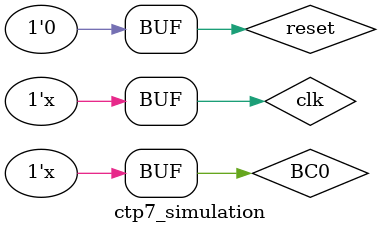
<source format=v>
`timescale 1ns / 1ps


module ctp7_simulation(

		       );
   
   parameter USER_DIR = "/scratch/tracklet/";   // full path of the directory in which firmware/ sits
   
   // Inputs
   reg clk;
   reg BC0;
   reg reset;
   wire [31:0] link1_reg1_minus;
   wire [31:0] link1_reg2_minus;
   wire [31:0] link2_reg1_minus;
   wire [31:0] link2_reg2_minus;
   wire [31:0] link3_reg1_minus;
   wire [31:0] link3_reg2_minus;
   wire [31:0] link1_reg1_central;
   wire [31:0] link1_reg2_central;
   wire [31:0] link2_reg1_central;
   wire [31:0] link2_reg2_central;
   wire [31:0] link3_reg1_central;
   wire [31:0] link3_reg2_central;
   wire [31:0] link1_reg1_plus;
   wire [31:0] link1_reg2_plus;
   wire [31:0] link2_reg1_plus;
   wire [31:0] link2_reg2_plus;
   wire [31:0] link3_reg1_plus;
   wire [31:0] link3_reg2_plus;
   
   // additional inputs for D3D4 project
   wire [31:0] link4_reg1_minus;
   wire [31:0] link4_reg2_minus;
   wire [31:0] link5_reg1_minus;
   wire [31:0] link5_reg2_minus;
   wire [31:0] link6_reg1_minus;
   wire [31:0] link6_reg2_minus;
   wire [31:0] link4_reg1_central;
   wire [31:0] link4_reg2_central;
   wire [31:0] link5_reg1_central;
   wire [31:0] link5_reg2_central;
   wire [31:0] link6_reg1_central;
   wire [31:0] link6_reg2_central;
   wire [31:0] link4_reg1_plus;
   wire [31:0] link4_reg2_plus;
   wire [31:0] link5_reg1_plus;
   wire [31:0] link5_reg2_plus;
   wire [31:0] link6_reg1_plus;
   wire [31:0] link6_reg2_plus;
   
   // additional inputs for D4D6 project (3 DTC regions)
   wire [31:0] link7_reg1_minus;
   wire [31:0] link7_reg2_minus;
   wire [31:0] link8_reg1_minus;
   wire [31:0] link8_reg2_minus;
   wire [31:0] link9_reg1_minus;
   wire [31:0] link9_reg2_minus;
   wire [31:0] link7_reg1_central;
   wire [31:0] link7_reg2_central;
   wire [31:0] link8_reg1_central;
   wire [31:0] link8_reg2_central;
   wire [31:0] link9_reg1_central;
   wire [31:0] link9_reg2_central;
   wire [31:0] link7_reg1_plus;
   wire [31:0] link7_reg2_plus;
   wire [31:0] link8_reg1_plus;
   wire [31:0] link8_reg2_plus;
   wire [31:0] link9_reg1_plus;
   wire [31:0] link9_reg2_plus;   
   
   // MINUS BOARD -> To CENTRAL BOARD
   wire [54:0] Proj_L3F3F5_ToPlus_minus;
   wire        Proj_L3F3F5_ToPlus_en_minus;
   wire [44:0] Match_Layer_ToPlus_minus;
   wire        pre_Match_Layer_ToPlus_en_minus;
   reg         Match_Layer_ToPlus_en_minus;
   wire [54:0] Proj_L2L4F2_ToPlus_minus;
   wire        Proj_L2L4F2_ToPlus_en_minus;
   wire [44:0] Match_FDSK_ToPlus_minus;
   wire        Match_FDSK_ToPlus_en_minus;
   wire [54:0] Proj_F1L5_ToPlus_minus;
   wire        Proj_F1L5_ToPlus_en_minus;
   wire [54:0] Proj_L3F3F5_FromMinus_central;
   wire        Proj_L3F3F5_FromMinus_en_central;
   wire [44:0] Match_Layer_FromMinus_central;
   wire        Match_Layer_FromMinus_en_central;
   wire [54:0] Proj_L2L4F2_FromMinus_central;
   wire        Proj_L2L4F2_FromMinus_en_central;
   wire [44:0] Match_FDSK_FromMinus_central;
   wire        Match_FDSK_FromMinus_en_central;
   wire [54:0] Proj_F1L5_FromMinus_central;
   wire        Proj_F1L5_FromMinus_en_central;
   wire [54:0] Proj_L1L6F4_ToPlus_minus;
   wire        Proj_L1L6F4_ToPlus_en_minus;
   wire [54:0] Proj_L1L6F4_FromMinus_central;
   wire        Proj_L1L6F4_FromMinus_en_central;
   
   // CENTRAL BOARD -> To PLUS BOARD
   wire [54:0] Proj_L3F3F5_ToPlus_central;
   wire        Proj_L3F3F5_ToPlus_en_central;
   wire [44:0] Match_Layer_ToPlus_central;
   wire        pre_Match_Layer_ToPlus_en_central;
   reg         Match_Layer_ToPlus_en_central;
   wire [54:0] Proj_L2L4F2_ToPlus_central;
   wire        Proj_L2L4F2_ToPlus_en_central;
   wire [44:0] Match_FDSK_ToPlus_central;
   wire        Match_FDSK_ToPlus_en_central;
   wire [54:0] Proj_F1L5_ToPlus_central;
   wire        Proj_F1L5_ToPlus_en_central;
   wire [54:0] Proj_L3F3F5_FromMinus_plus;
   wire        Proj_L3F3F5_FromMinus_en_plus;
   wire [44:0] Match_Layer_FromMinus_plus;
   wire        Match_Layer_FromMinus_en_plus;
   wire [54:0] Proj_L2L4F2_FromMinus_plus;
   wire        Proj_L2L4F2_FromMinus_en_plus;
   wire [44:0] Match_FDSK_FromMinus_plus;
   wire        Match_FDSK_FromMinus_en_plus;
   wire [54:0] Proj_F1L5_FromMinus_plus;
   wire        Proj_F1L5_FromMinus_en_plus;
   wire [54:0] Proj_L1L6F4_ToPlus_central;
   wire        Proj_L1L6F4_ToPlus_en_central;
   wire [54:0] Proj_L1L6F4_FromMinus_plus;
   wire        Proj_L1L6F4_FromMinus_en_plus;
   
   // CENTRAL BOARD -> To MINUS BOARD
   wire [54:0] Proj_L3F3F5_ToMinus_central;
   wire        Proj_L3F3F5_ToMinus_en_central;
   wire [44:0] Match_Layer_ToMinus_central;
   wire        pre_Match_Layer_ToMinus_en_central;
   reg         Match_Layer_ToMinus_en_central;
   wire [54:0] Proj_L2L4F2_ToMinus_central;
   wire        Proj_L2L4F2_ToMinus_en_central;
   wire [44:0] Match_FDSK_ToMinus_central;
   wire        Match_FDSK_ToMinus_en_central;
   wire [54:0] Proj_F1L5_ToMinus_central;
   wire        Proj_F1L5_ToMinus_en_central;
   wire [54:0] Proj_L3F3F5_FromPlus_minus;
   wire        Proj_L3F3F5_FromPlus_en_minus;
   wire [44:0] Match_Layer_FromPlus_minus;
   wire        Match_Layer_FromPlus_en_minus;
   wire [54:0] Proj_L2L4F2_FromPlus_minus;
   wire        Proj_L2L4F2_FromPlus_en_minus;
   wire [44:0] Match_FDSK_FromPlus_minus;
   wire        Match_FDSK_FromPlus_en_minus;
   wire [54:0] Proj_F1L5_FromPlus_minus;
   wire        Proj_F1L5_FromPlus_en_minus;
   wire [54:0] Proj_L1L6F4_ToMinus_central;
   wire        Proj_L1L6F4_ToMinus_en_central;
   wire [54:0] Proj_L1L6F4_FromPlus_minus;
   wire        Proj_L1L6F4_FromPlus_en_minus;
   
   // PLUS BOARD -> To CENTRAL BOARD
   wire [54:0] Proj_L3F3F5_ToMinus_plus;
   wire        Proj_L3F3F5_ToMinus_en_plus;
   wire [44:0] Match_Layer_ToMinus_plus;
   wire        pre_Match_Layer_ToMinus_en_plus;
   reg         Match_Layer_ToMinus_en_plus;
   wire [54:0] Proj_L2L4F2_ToMinus_plus;
   wire        Proj_L2L4F2_ToMinus_en_plus;
   wire [44:0] Match_FDSK_ToMinus_plus;
   wire        Match_FDSK_ToMinus_en_plus;
   wire [54:0] Proj_F1L5_ToMinus_plus;
   wire        Proj_F1L5_ToMinus_en_plus;
   wire [54:0] Proj_L3F3F5_FromPlus_central;
   wire        Proj_L3F3F5_FromPlus_en_central;
   wire [44:0] Match_Layer_FromPlus_central;
   wire        Match_Layer_FromPlus_en_central;
   wire [44:0] Match_FDSK_FromPlus_central;
   wire        Match_FDSK_FromPlus_en_central;
   wire [54:0] Proj_L1L6F4_ToMinus_plus;
   wire        Proj_L1L6F4_ToMinus_en_plus;
   wire [54:0] Proj_L1L6F4_FromPlus_central;
   wire        Proj_L1L6F4_FromPlus_en_central;
   
   always @(posedge clk) begin
      Match_Layer_ToPlus_en_central <= pre_Match_Layer_ToPlus_en_central;
      Match_Layer_ToMinus_en_central <= pre_Match_Layer_ToMinus_en_central;
      Match_Layer_ToPlus_en_minus <= pre_Match_Layer_ToPlus_en_minus;
      Match_Layer_ToMinus_en_plus <= pre_Match_Layer_ToMinus_en_plus;      
   end
   
   wire [54:0] Proj_L2L4F2_FromPlus_central;
   wire        Proj_L2L4F2_FromPlus_en_central;
   wire [54:0] Proj_F1L5_FromPlus_central;
   wire        Proj_F1L5_FromPlus_en_central;
   
   verilog_trigger_top uut_minus(
				 .proc_clk(clk),
				 .io_clk(clk),
				 .reset(BC0),
				 //.bc0(BC0),
				 // inputs
				 .input_link1_reg1(link1_reg1_minus),
				 .input_link1_reg2(link1_reg2_minus),
				 .input_link2_reg1(link2_reg1_minus),
				 .input_link2_reg2(link2_reg2_minus),
				 .input_link3_reg1(link3_reg1_minus),
				 .input_link3_reg2(link3_reg2_minus),

				 .input_link4_reg1(link4_reg1_minus),
				 .input_link4_reg2(link4_reg2_minus),
				 .input_link5_reg1(link5_reg1_minus),
				 .input_link5_reg2(link5_reg2_minus),
				 .input_link6_reg1(link6_reg1_minus),
				 .input_link6_reg2(link6_reg2_minus),

                 .input_link7_reg1(link7_reg1_minus),
                 .input_link7_reg2(link7_reg2_minus),
                 .input_link8_reg1(link8_reg1_minus),
                 .input_link8_reg2(link8_reg2_minus),
                 .input_link9_reg1(link9_reg1_minus),
                 .input_link9_reg2(link9_reg2_minus),
      
				 .Proj_L3F3F5_ToPlus(Proj_L3F3F5_ToPlus_minus),
				 .Proj_L3F3F5_ToPlus_en(Proj_L3F3F5_ToPlus_en_minus),
				 .Proj_L3F3F5_ToMinus(Proj_L3F3F5_ToMinus_minus),
				 .Proj_L3F3F5_ToMinus_en(Proj_L3F3F5_ToMinus_en_minus),
				 .Proj_L3F3F5_FromPlus(Proj_L3F3F5_FromPlus_minus),
				 .Proj_L3F3F5_FromPlus_en(Proj_L3F3F5_FromPlus_en_minus),
				 .Proj_L3F3F5_FromMinus(Proj_L3F3F5_FromMinus_minus),
				 .Proj_L3F3F5_FromMinus_en(Proj_L3F3F5_FromMinus_en_minus),
				 .Match_Layer_ToPlus(Match_Layer_ToPlus_minus),
				 .Match_Layer_ToPlus_en(pre_Match_Layer_ToPlus_en_minus),
				 .Match_Layer_ToMinus(Match_Layer_ToMinus_minus),
				 .Match_Layer_ToMinus_en(pre_Match_Layer_ToMinus_en_minus),
				 .Match_Layer_FromPlus(Match_Layer_FromPlus_minus),
				 .Match_Layer_FromPlus_en(Match_Layer_FromPlus_en_minus),
				 .Match_Layer_FromMinus(Match_Layer_FromMinus_minus),
				 .Match_Layer_FromMinus_en(Match_Layer_FromMinus_en_minus),
      
				 .Proj_L2L4F2_ToPlus(Proj_L2L4F2_ToPlus_minus),
				 .Proj_L2L4F2_ToPlus_en(Proj_L2L4F2_ToPlus_en_minus),
				 .Proj_L2L4F2_ToMinus(Proj_L2L4F2_ToMinus_minus),
				 .Proj_L2L4F2_ToMinus_en(Proj_L2L4F2_ToMinus_en_minus),
				 .Proj_L2L4F2_FromPlus(Proj_L2L4F2_FromPlus_minus),
				 .Proj_L2L4F2_FromPlus_en(Proj_L2L4F2_FromPlus_en_minus),
				 .Proj_L2L4F2_FromMinus(Proj_L2L4F2_FromMinus_minus),
				 .Proj_L2L4F2_FromMinus_en(Proj_L2L4F2_FromMinus_en_minus),
				 .Match_FDSK_ToPlus(Match_FDSK_ToPlus_minus),
				 .Match_FDSK_ToPlus_en(Match_FDSK_ToPlus_en_minus),
				 .Match_FDSK_ToMinus(Match_FDSK_ToMinus_minus),
				 .Match_FDSK_ToMinus_en(Match_FDSK_ToMinus_en_minus),
				 .Match_FDSK_FromPlus(Match_FDSK_FromPlus_minus),
				 .Match_FDSK_FromPlus_en(Match_FDSK_FromPlus_en_minus),
				 .Match_FDSK_FromMinus(Match_FDSK_FromMinus_minus),
				 .Match_FDSK_FromMinus_en(Match_FDSK_FromMinus_en_minus),
      
				 .Proj_F1L5_ToPlus(Proj_F1L5_ToPlus_minus),
				 .Proj_F1L5_ToPlus_en(Proj_F1L5_ToPlus_en_minus),
				 .Proj_F1L5_ToMinus(Proj_F1L5_ToMinus_minus),
				 .Proj_F1L5_ToMinus_en(Proj_F1L5_ToMinus_en_minus),
				 .Proj_F1L5_FromPlus(Proj_F1L5_FromPlus_minus),
				 .Proj_F1L5_FromPlus_en(Proj_F1L5_FromPlus_en_minus),
				 .Proj_F1L5_FromMinus(Proj_F1L5_FromMinus_minus),
				 .Proj_F1L5_FromMinus_en(Proj_F1L5_FromMinus_en_minus),
				 
				 .Proj_L1L6F4_ToPlus(Proj_L1L6F4_ToPlus_minus),
				 .Proj_L1L6F4_ToPlus_en(Proj_L1L6F4_ToPlus_en_minus),
				 .Proj_L1L6F4_ToMinus(Proj_L1L6F4_ToMinus_minus),
				 .Proj_L1L6F4_ToMinus_en(Proj_L1L6F4_ToMinus_en_minus),
				 .Proj_L1L6F4_FromPlus(Proj_L1L6F4_FromPlus_minus),
				 .Proj_L1L6F4_FromPlus_en(Proj_L1L6F4_FromPlus_en_minus),
				 .Proj_L1L6F4_FromMinus(Proj_L1L6F4_FromMinus_minus),
				 .Proj_L1L6F4_FromMinus_en(Proj_L1L6F4_FromMinus_en_minus)

				 );
   
   verilog_trigger_top uut_central(
				   .proc_clk(clk),
				   .io_clk(clk),
				   .reset(BC0),
				   //.bc0(BC0),
				   // inputs
				   .input_link1_reg1(link1_reg1_central),
				   .input_link1_reg2(link1_reg2_central),
				   .input_link2_reg1(link2_reg1_central),
				   .input_link2_reg2(link2_reg2_central),
				   .input_link3_reg1(link3_reg1_central),
				   .input_link3_reg2(link3_reg2_central),

				   .input_link4_reg1(link4_reg1_central),
				   .input_link4_reg2(link4_reg2_central),
				   .input_link5_reg1(link5_reg1_central),
				   .input_link5_reg2(link5_reg2_central),
				   .input_link6_reg1(link6_reg1_central),
				   .input_link6_reg2(link6_reg2_central),

				   .input_link7_reg1(link7_reg1_central),
				   .input_link7_reg2(link7_reg2_central),
				   .input_link8_reg1(link8_reg1_central),
				   .input_link8_reg2(link8_reg2_central),
				   .input_link9_reg1(link9_reg1_central),
				   .input_link9_reg2(link9_reg2_central),
      
				   .Proj_L3F3F5_ToPlus(Proj_L3F3F5_ToPlus_central),
				   .Proj_L3F3F5_ToPlus_en(Proj_L3F3F5_ToPlus_en_central),
				   .Proj_L3F3F5_ToMinus(Proj_L3F3F5_ToMinus_central),
				   .Proj_L3F3F5_ToMinus_en(Proj_L3F3F5_ToMinus_en_central),
				   .Proj_L3F3F5_FromPlus(Proj_L3F3F5_FromPlus_central),
				   .Proj_L3F3F5_FromPlus_en(Proj_L3F3F5_FromPlus_en_central),
				   .Proj_L3F3F5_FromMinus(Proj_L3F3F5_FromMinus_central),
				   .Proj_L3F3F5_FromMinus_en(Proj_L3F3F5_FromMinus_en_central),
				   .Match_Layer_ToPlus(Match_Layer_ToPlus_central),
				   .Match_Layer_ToPlus_en(pre_Match_Layer_ToPlus_en_central),
				   .Match_Layer_ToMinus(Match_Layer_ToMinus_central),
				   .Match_Layer_ToMinus_en(pre_Match_Layer_ToMinus_en_central),
				   .Match_Layer_FromPlus(Match_Layer_FromPlus_central),
				   .Match_Layer_FromPlus_en(Match_Layer_FromPlus_en_central),
				   .Match_Layer_FromMinus(Match_Layer_FromMinus_central),
				   .Match_Layer_FromMinus_en(Match_Layer_FromMinus_en_central),
      
				   .Proj_L2L4F2_ToPlus(Proj_L2L4F2_ToPlus_central),
				   .Proj_L2L4F2_ToPlus_en(Proj_L2L4F2_ToPlus_en_central),
				   .Proj_L2L4F2_ToMinus(Proj_L2L4F2_ToMinus_central),
				   .Proj_L2L4F2_ToMinus_en(Proj_L2L4F2_ToMinus_en_central),
				   .Proj_L2L4F2_FromPlus(Proj_L2L4F2_FromPlus_central),
				   .Proj_L2L4F2_FromPlus_en(Proj_L2L4F2_FromPlus_en_central),
				   .Proj_L2L4F2_FromMinus(Proj_L2L4F2_FromMinus_central),
				   .Proj_L2L4F2_FromMinus_en(Proj_L2L4F2_FromMinus_en_central),
				   .Match_FDSK_ToPlus(Match_FDSK_ToPlus_central),
				   .Match_FDSK_ToPlus_en(Match_FDSK_ToPlus_en_central),
				   .Match_FDSK_ToMinus(Match_FDSK_ToMinus_central),
				   .Match_FDSK_ToMinus_en(Match_FDSK_ToMinus_en_central),
				   .Match_FDSK_FromPlus(Match_FDSK_FromPlus_central),
				   .Match_FDSK_FromPlus_en(Match_FDSK_FromPlus_en_central),
				   .Match_FDSK_FromMinus(Match_FDSK_FromMinus_central),
				   .Match_FDSK_FromMinus_en(Match_FDSK_FromMinus_en_central),
      
				   .Proj_F1L5_ToPlus(Proj_F1L5_ToPlus_central),
				   .Proj_F1L5_ToPlus_en(Proj_F1L5_ToPlus_en_central),
				   .Proj_F1L5_ToMinus(Proj_F1L5_ToMinus_central),
				   .Proj_F1L5_ToMinus_en(Proj_F1L5_ToMinus_en_central),
				   .Proj_F1L5_FromPlus(Proj_F1L5_FromPlus_central),
				   .Proj_F1L5_FromPlus_en(Proj_F1L5_FromPlus_en_central),
				   .Proj_F1L5_FromMinus(Proj_F1L5_FromMinus_central),
				   .Proj_F1L5_FromMinus_en(Proj_F1L5_FromMinus_en_central),
				   
				   .Proj_L1L6F4_ToPlus(Proj_L1L6F4_ToPlus_central),
				   .Proj_L1L6F4_ToPlus_en(Proj_L1L6F4_ToPlus_en_central),
				   .Proj_L1L6F4_ToMinus(Proj_L1L6F4_ToMinus_central),
				   .Proj_L1L6F4_ToMinus_en(Proj_L1L6F4_ToMinus_en_central),
				   .Proj_L1L6F4_FromPlus(Proj_L1L6F4_FromPlus_central),
				   .Proj_L1L6F4_FromPlus_en(Proj_L1L6F4_FromPlus_en_central),
				   .Proj_L1L6F4_FromMinus(Proj_L1L6F4_FromMinus_central),
				   .Proj_L1L6F4_FromMinus_en(Proj_L1L6F4_FromMinus_en_central)
				   );
   
   verilog_trigger_top uut_plus(
				.proc_clk(clk),
				.io_clk(clk),
				.reset(BC0),
				//.bc0(BC0),
				// inputs
				.input_link1_reg1(link1_reg1_plus),
				.input_link1_reg2(link1_reg2_plus),
				.input_link2_reg1(link2_reg1_plus),
				.input_link2_reg2(link2_reg2_plus),
				.input_link3_reg1(link3_reg1_plus),
				.input_link3_reg2(link3_reg2_plus),

				.input_link4_reg1(link4_reg1_plus),
				.input_link4_reg2(link4_reg2_plus),
				.input_link5_reg1(link5_reg1_plus),
				.input_link5_reg2(link5_reg2_plus),
				.input_link6_reg1(link6_reg1_plus),
				.input_link6_reg2(link6_reg2_plus),
 
                .input_link7_reg1(link7_reg1_plus),
                .input_link7_reg2(link7_reg2_plus),
                .input_link8_reg1(link8_reg1_plus),
                .input_link8_reg2(link8_reg2_plus),
                .input_link9_reg1(link9_reg1_plus),
                .input_link9_reg2(link9_reg2_plus),
      
				.Proj_L3F3F5_ToPlus(Proj_L3F3F5_ToPlus_plus),
				.Proj_L3F3F5_ToPlus_en(Proj_L3F3F5_ToPlus_en_plus),
				.Proj_L3F3F5_ToMinus(Proj_L3F3F5_ToMinus_plus),
				.Proj_L3F3F5_ToMinus_en(Proj_L3F3F5_ToMinus_en_plus),
				.Proj_L3F3F5_FromPlus(Proj_L3F3F5_FromPlus_plus),
				.Proj_L3F3F5_FromPlus_en(Proj_L3F3F5_FromPlus_en_plus),
				.Proj_L3F3F5_FromMinus(Proj_L3F3F5_FromMinus_plus),
				.Proj_L3F3F5_FromMinus_en(Proj_L3F3F5_FromMinus_en_plus),
				.Match_Layer_ToPlus(Match_Layer_ToPlus_plus),
				.Match_Layer_ToPlus_en(pre_Match_Layer_ToPlus_en_plus),
				.Match_Layer_ToMinus(Match_Layer_ToMinus_plus),
				.Match_Layer_ToMinus_en(pre_Match_Layer_ToMinus_en_plus),
				.Match_Layer_FromPlus(Match_Layer_FromPlus_plus),
				.Match_Layer_FromPlus_en(Match_Layer_FromPlus_en_plus),
				.Match_Layer_FromMinus(Match_Layer_FromMinus_plus),
				.Match_Layer_FromMinus_en(Match_Layer_FromMinus_en_plus),
      
				.Proj_L2L4F2_ToPlus(Proj_L2L4F2_ToPlus_plus),
				.Proj_L2L4F2_ToPlus_en(Proj_L2L4F2_ToPlus_en_plus),
				.Proj_L2L4F2_ToMinus(Proj_L2L4F2_ToMinus_plus),
				.Proj_L2L4F2_ToMinus_en(Proj_L2L4F2_ToMinus_en_plus),
				.Proj_L2L4F2_FromPlus(Proj_L2L4F2_FromPlus_plus),
				.Proj_L2L4F2_FromPlus_en(Proj_L2L4F2_FromPlus_en_plus),
				.Proj_L2L4F2_FromMinus(Proj_L2L4F2_FromMinus_plus),
				.Proj_L2L4F2_FromMinus_en(Proj_L2L4F2_FromMinus_en_plus),
				.Match_FDSK_ToPlus(Match_FDSK_ToPlus_plus),
				.Match_FDSK_ToPlus_en(Match_FDSK_ToPlus_en_plus),
				.Match_FDSK_ToMinus(Match_FDSK_ToMinus_plus),
				.Match_FDSK_ToMinus_en(Match_FDSK_ToMinus_en_plus),
				.Match_FDSK_FromPlus(Match_FDSK_FromPlus_plus),
				.Match_FDSK_FromPlus_en(Match_FDSK_FromPlus_en_plus),
				.Match_FDSK_FromMinus(Match_FDSK_FromMinus_plus),
				.Match_FDSK_FromMinus_en(Match_FDSK_FromMinus_en_plus),
      
				.Proj_F1L5_ToPlus(Proj_F1L5_ToPlus_plus),
				.Proj_F1L5_ToPlus_en(Proj_F1L5_ToPlus_en_plus),
				.Proj_F1L5_ToMinus(Proj_F1L5_ToMinus_plus),
				.Proj_F1L5_ToMinus_en(Proj_F1L5_ToMinus_en_plus),
				.Proj_F1L5_FromPlus(Proj_F1L5_FromPlus_plus),
				.Proj_F1L5_FromPlus_en(Proj_F1L5_FromPlus_en_plus),
				.Proj_F1L5_FromMinus(Proj_F1L5_FromMinus_plus),
				.Proj_F1L5_FromMinus_en(Proj_F1L5_FromMinus_en_plus),
				
				.Proj_L1L6F4_ToPlus(Proj_L1L6F4_ToPlus_plus),
				.Proj_L1L6F4_ToPlus_en(Proj_L1L6F4_ToPlus_en_plus),
				.Proj_L1L6F4_ToMinus(Proj_L1L6F4_ToMinus_plus),
				.Proj_L1L6F4_ToMinus_en(Proj_L1L6F4_ToMinus_en_plus),
				.Proj_L1L6F4_FromPlus(Proj_L1L6F4_FromPlus_plus),
				.Proj_L1L6F4_FromPlus_en(Proj_L1L6F4_FromPlus_en_plus),
				.Proj_L1L6F4_FromMinus(Proj_L1L6F4_FromMinus_plus),
				.Proj_L1L6F4_FromMinus_en(Proj_L1L6F4_FromMinus_en_plus)
				);
   
   wire [47:0] sim_TPROJ_FromPlus;
   
   wire [54:0] pre_Proj_L3F3F5_FromPlus_minus;
   wire [54:0] pre_Proj_L3F3F5_FromMinus_plus;
   wire [54:0] pre_Proj_L3F3F5_FromPlus_central;
   wire [54:0] pre_Proj_L3F3F5_FromMinus_central;
   wire [54:0] pre_Proj_L2L4F2_FromPlus_minus;
   wire [54:0] pre_Proj_L2L4F2_FromMinus_plus;
   wire [54:0] pre_Proj_L2L4F2_FromPlus_central;
   wire [54:0] pre_Proj_L2L4F2_FromMinus_central;
   wire [54:0] pre_Proj_F1L5_FromPlus_minus;
   wire [54:0] pre_Proj_F1L5_FromMinus_plus;
   wire [54:0] pre_Proj_F1L5_FromPlus_central;
   wire [54:0] pre_Proj_F1L5_FromMinus_central;
   wire [54:0] pre_Proj_L1L6F4_FromPlus_minus;
   wire [54:0] pre_Proj_L1L6F4_FromMinus_plus;
   wire [54:0] pre_Proj_L1L6F4_FromPlus_central;
   wire [54:0] pre_Proj_L1L6F4_FromMinus_central;
   
   wire [44:0] pre_Match_Layer_FromPlus_minus;
   wire [44:0] pre_Match_Layer_FromMinus_plus;
   wire [44:0] pre_Match_Layer_FromPlus_central;
   wire [44:0] pre_Match_Layer_FromMinus_central;
   wire [44:0] pre_Match_FDSK_FromPlus_minus;
   wire [44:0] pre_Match_FDSK_FromMinus_plus;
   wire [44:0] pre_Match_FDSK_FromPlus_central;
   wire [44:0] pre_Match_FDSK_FromMinus_central;     
   
   ////////////////////////////////////////// 
     ////////////////////////////////////////// 
     // MINUS BOARD
   //////////////////////////////////////////
   //////////////////////////////////////////
   // PROJECTIONS
   //////////////////////////////////////////
   
   pipe_delay #(.STAGES(76), .WIDTH(55))
   ProjMinus_L3F3F5_pipe_central(.pipe_in(), .pipe_out(), .clk(clk),
				 .val_in(Proj_L3F3F5_ToMinus_central), .val_out(Proj_L3F3F5_FromPlus_minus)
				 );
   
   pipe_delay #(.STAGES(76), .WIDTH(55))
   ProjMinus_L2L4F2_pipe_central(.pipe_in(), .pipe_out(), .clk(clk),
				 .val_in(Proj_L2L4F2_ToMinus_central), .val_out(Proj_L2L4F2_FromPlus_minus)
				 );

   pipe_delay #(.STAGES(76), .WIDTH(55))
   ProjMinus_F1L5_pipe_central(.pipe_in(), .pipe_out(), .clk(clk),
			       .val_in(Proj_F1L5_ToMinus_central), .val_out(Proj_F1L5_FromPlus_minus)
			       );

   pipe_delay #(.STAGES(76), .WIDTH(55))
   ProjMinus_L1L6F4_pipe_central(.pipe_in(), .pipe_out(), .clk(clk),
				 .val_in(Proj_L1L6F4_ToMinus_central), .val_out(Proj_L1L6F4_FromPlus_minus)
				 );
   
   //////////////////////////////////////////
   // MATCHES
   //////////////////////////////////////////   
   
   pipe_delay #(.STAGES(76), .WIDTH(45))
   Match_Layer_Minus_pipe_plus(.pipe_in(), .pipe_out(), .clk(clk),
			      .val_in(Match_Layer_ToMinus_central), .val_out(Match_Layer_FromPlus_minus)
			      );
   
   pipe_delay #(.STAGES(76), .WIDTH(45))
   Match_FDSK_Minus_pipe_plus(.pipe_in(), .pipe_out(), .clk(clk),
			      .val_in(Match_FDSK_ToMinus_central), .val_out(Match_FDSK_FromPlus_minus)
			      );
   
   ////////////////////////////////////////// 
   ////////////////////////////////////////// 
   // CENTRAL BOARD
   //////////////////////////////////////////
   //////////////////////////////////////////
   // PROJECTIONS
   //////////////////////////////////////////
   
   pipe_delay #(.STAGES(76), .WIDTH(55))
   ProjPlus_L3F3F5_pipe_minus(.pipe_in(), .pipe_out(), .clk(clk),
			      .val_in(Proj_L3F3F5_ToPlus_minus), .val_out(Proj_L3F3F5_FromMinus_central)
			      );
   
   pipe_delay #(.STAGES(76), .WIDTH(55))
   ProjMinus_L3F3F5_pipe_plus(.pipe_in(), .pipe_out(), .clk(clk),
			      .val_in(Proj_L3F3F5_ToMinus_plus), .val_out(Proj_L3F3F5_FromPlus_central)
			      );
   
   pipe_delay #(.STAGES(76), .WIDTH(55))
   ProjPlus_L2L4F2_pipe_minus(.pipe_in(), .pipe_out(), .clk(clk),
			      .val_in(Proj_L2L4F2_ToPlus_minus), .val_out(Proj_L2L4F2_FromMinus_central)
			      );
   
   pipe_delay #(.STAGES(76), .WIDTH(55))
   ProjMinus_L2L4F2_pipe_plus(.pipe_in(), .pipe_out(), .clk(clk),
			      .val_in(Proj_L2L4F2_ToMinus_plus), .val_out(Proj_L2L4F2_FromPlus_central)
			      );
   
   pipe_delay #(.STAGES(76), .WIDTH(55))
   ProjPlus_F1L5_pipe_minus(.pipe_in(), .pipe_out(), .clk(clk),
			    .val_in(Proj_F1L5_ToPlus_minus), .val_out(Proj_F1L5_FromMinus_central)
			    );
   
   pipe_delay #(.STAGES(76), .WIDTH(55))
   ProjMinus_F1L5_pipe_plus(.pipe_in(), .pipe_out(), .clk(clk),
			    .val_in(Proj_F1L5_ToMinus_plus), .val_out(Proj_F1L5_FromPlus_central)
			    );
   
   pipe_delay #(.STAGES(76), .WIDTH(55))
   ProjPlus_L1L6F4_pipe_minus(.pipe_in(), .pipe_out(), .clk(clk),
			      .val_in(Proj_L1L6F4_ToPlus_minus), .val_out(Proj_L1L6F4_FromMinus_central)
			      );
   
   pipe_delay #(.STAGES(76), .WIDTH(55))
   ProjMinus_L1L6F4_pipe_plus(.pipe_in(), .pipe_out(), .clk(clk),
			      .val_in(Proj_L1L6F4_ToMinus_plus), .val_out(Proj_L1L6F4_FromPlus_central)
			      );

   //////////////////////////////////////////
   // MATCHES
   //////////////////////////////////////////
   
   pipe_delay #(.STAGES(76), .WIDTH(45))
   Match_Layer_Plus_pipe_minus_central(.pipe_in(), .pipe_out(), .clk(clk),
			      .val_in(Match_Layer_ToPlus_minus), .val_out(Match_Layer_FromMinus_central)
			      );
   
   pipe_delay #(.STAGES(76), .WIDTH(45))
   Match_Layer_Minus_pipe_plus_central(.pipe_in(), .pipe_out(), .clk(clk),
			.val_in(Match_Layer_ToMinus_plus), .val_out(Match_Layer_FromPlus_central)
			);
   
   pipe_delay #(.STAGES(76), .WIDTH(45))
   Match_FDSK_Plus_pipe_minus_central(.pipe_in(), .pipe_out(), .clk(clk),
			   .val_in(Match_FDSK_ToPlus_minus), .val_out(Match_FDSK_FromMinus_central)
			   );
   
   pipe_delay #(.STAGES(76), .WIDTH(45))
   Match_FDSK_Minus_pipe_plus_central(.pipe_in(), .pipe_out(), .clk(clk),
			  .val_in(Match_FDSK_ToMinus_plus), .val_out(Match_FDSK_FromPlus_central)
			  );
   
   
   ////////////////////////////////////////// 
   ////////////////////////////////////////// 
   // PLUS BOARD
   //////////////////////////////////////////
   //////////////////////////////////////////
   // PROJECTIONS
   //////////////////////////////////////////
   
   pipe_delay #(.STAGES(76), .WIDTH(55))
   ProjPlus_L3F3F5_pipe_central(.pipe_in(), .pipe_out(), .clk(clk),
				.val_in(Proj_L3F3F5_ToPlus_central), .val_out(Proj_L3F3F5_FromMinus_plus)
				);
   
   pipe_delay #(.STAGES(76), .WIDTH(55))
   ProjPlus_L2L4F2_pipe_central(.pipe_in(), .pipe_out(), .clk(clk),
				.val_in(Proj_L2L4F2_ToPlus_central), .val_out(Proj_L2L4F2_FromMinus_plus)
				);
   
   pipe_delay #(.STAGES(76), .WIDTH(55))
   ProjPlus_F1L5_pipe_central(.pipe_in(), .pipe_out(), .clk(clk),
			      .val_in(Proj_F1L5_ToPlus_central), .val_out(Proj_F1L5_FromMinus_plus)
			      );

   pipe_delay #(.STAGES(76), .WIDTH(55))
   ProjPlus_L1L6F4_pipe_central(.pipe_in(), .pipe_out(), .clk(clk),
				.val_in(Proj_L1L6F4_ToPlus_central), .val_out(Proj_L1L6F4_FromMinus_plus)
				);

   //////////////////////////////////////////
   // MATCHES
   //////////////////////////////////////////
   
   pipe_delay #(.STAGES(76), .WIDTH(45))
   Match_Layer_Plus_pipe_central(.pipe_in(), .pipe_out(), .clk(clk),
				.val_in(Match_Layer_ToPlus_central), .val_out(Match_Layer_FromMinus_plus)
				);
   pipe_delay #(.STAGES(76), .WIDTH(45))
   Match_FDSK_Plus_pipe_central(.pipe_in(), .pipe_out(), .clk(clk),
				.val_in(Match_FDSK_ToPlus_central), .val_out(Match_FDSK_FromMinus_plus)
				);
   
   
   initial begin
      // Initialize Inputs
      reset = 0;
      clk = 1;    
      BC0 = 0;    
      // Wait 100 ns for global reset to finish
      #100;
   end
   
   initial begin
      // Initialize Inputs
      reset = 0;
      clk = 1;    
      BC0 = 0;    
      // Wait 100 ns for global reset to finish
      #100;
   end
   
   // Add stimulus here
   // clocks
   //always begin
   //#4 ipb_clk = ~ipb_clk;   // 125 MHz
   //end
   always begin
      #2.5 clk = ~clk;        // 200 MHZ (wrong comment 250 MHz)
      //#2.083 clk = ~clk;      //~240 MHZ
   end
   always begin
      //#20950 BC0 = ~BC0;    // Fake orbit clock
      #106920 BC0 = ~BC0;     // Fake orbit clock: 3564*6 (clk) * 5 ns/clk
      #2.5 BC0 = ~BC0;
   end
   // reset
   initial begin
      #110
        reset = 1'b1;
      #10
        reset = 1'b0;
   end
   
   input_sim simulate_inputs(
			     .clk(clk),
			     .reset(reset),
			     .BC0(BC0),
			     .link1_reg1_minus(link1_reg1_minus),
			     .link1_reg2_minus(link1_reg2_minus),
			     .link2_reg1_minus(link2_reg1_minus),
			     .link2_reg2_minus(link2_reg2_minus),
			     .link3_reg1_minus(link3_reg1_minus),
			     .link3_reg2_minus(link3_reg2_minus),
			     .link1_reg1_central(link1_reg1_central),
			     .link1_reg2_central(link1_reg2_central),
			     .link2_reg1_central(link2_reg1_central),
			     .link2_reg2_central(link2_reg2_central),
			     .link3_reg1_central(link3_reg1_central),
			     .link3_reg2_central(link3_reg2_central),
			     .link1_reg1_plus(link1_reg1_plus),
			     .link1_reg2_plus(link1_reg2_plus),
			     .link2_reg1_plus(link2_reg1_plus),
			     .link2_reg2_plus(link2_reg2_plus),
			     .link3_reg1_plus(link3_reg1_plus),
			     .link3_reg2_plus(link3_reg2_plus),

			     // additional inputs for D3D4 project
			     .link4_reg1_minus(link4_reg1_minus),
			     .link4_reg2_minus(link4_reg2_minus),
			     .link5_reg1_minus(link5_reg1_minus),
			     .link5_reg2_minus(link5_reg2_minus),
			     .link6_reg1_minus(link6_reg1_minus),
			     .link6_reg2_minus(link6_reg2_minus),
			     .link4_reg1_central(link4_reg1_central),
			     .link4_reg2_central(link4_reg2_central),
			     .link5_reg1_central(link5_reg1_central),
			     .link5_reg2_central(link5_reg2_central),
			     .link6_reg1_central(link6_reg1_central),
			     .link6_reg2_central(link6_reg2_central),
			     .link4_reg1_plus(link4_reg1_plus),
			     .link4_reg2_plus(link4_reg2_plus),
			     .link5_reg1_plus(link5_reg1_plus),
			     .link5_reg2_plus(link5_reg2_plus),
			     .link6_reg1_plus(link6_reg1_plus),
			     .link6_reg2_plus(link6_reg2_plus),
			     
			     // additional inputs for D4D6 project (3 DTC regions)
                 .link7_reg1_minus(link7_reg1_minus),
                 .link7_reg2_minus(link7_reg2_minus),
                 .link8_reg1_minus(link8_reg1_minus),
                 .link8_reg2_minus(link8_reg2_minus),
                 .link9_reg1_minus(link9_reg1_minus),
                 .link9_reg2_minus(link9_reg2_minus),
                 .link7_reg1_central(link7_reg1_central),
                 .link7_reg2_central(link7_reg2_central),
                 .link8_reg1_central(link8_reg1_central),
                 .link8_reg2_central(link8_reg2_central),
                 .link9_reg1_central(link9_reg1_central),
                 .link9_reg2_central(link9_reg2_central),
                 .link7_reg1_plus(link7_reg1_plus),
                 .link7_reg2_plus(link7_reg2_plus),
                 .link8_reg1_plus(link8_reg1_plus),
                 .link8_reg2_plus(link8_reg2_plus),
                 .link9_reg1_plus(link9_reg1_plus),
                 .link9_reg2_plus(link9_reg2_plus)		     
			     
      			     );
      			     
   output_sim #({USER_DIR,"firmware/"}) write_outputs(
			    .clk(clk),
			    .reset(reset),
			    .BC0(BC0)

			    );

   
   
endmodule

</source>
